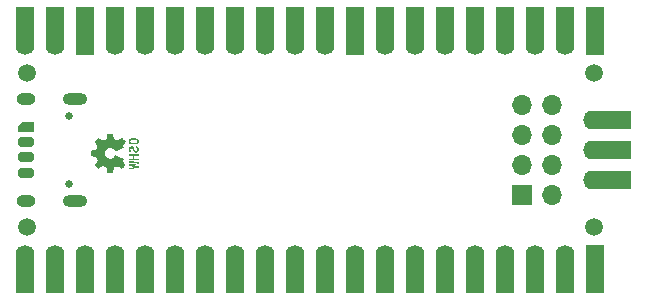
<source format=gbr>
%TF.GenerationSoftware,KiCad,Pcbnew,9.0.1*%
%TF.CreationDate,2025-04-27T12:11:09+05:30*%
%TF.ProjectId,Mitayi-Pico-D1,4d697461-7969-42d5-9069-636f2d44312e,0.6*%
%TF.SameCoordinates,PX73df160PY5f2d3c0*%
%TF.FileFunction,Soldermask,Bot*%
%TF.FilePolarity,Negative*%
%FSLAX46Y46*%
G04 Gerber Fmt 4.6, Leading zero omitted, Abs format (unit mm)*
G04 Created by KiCad (PCBNEW 9.0.1) date 2025-04-27 12:11:09*
%MOMM*%
%LPD*%
G01*
G04 APERTURE LIST*
G04 Aperture macros list*
%AMRoundRect*
0 Rectangle with rounded corners*
0 $1 Rounding radius*
0 $2 $3 $4 $5 $6 $7 $8 $9 X,Y pos of 4 corners*
0 Add a 4 corners polygon primitive as box body*
4,1,4,$2,$3,$4,$5,$6,$7,$8,$9,$2,$3,0*
0 Add four circle primitives for the rounded corners*
1,1,$1+$1,$2,$3*
1,1,$1+$1,$4,$5*
1,1,$1+$1,$6,$7*
1,1,$1+$1,$8,$9*
0 Add four rect primitives between the rounded corners*
20,1,$1+$1,$2,$3,$4,$5,0*
20,1,$1+$1,$4,$5,$6,$7,0*
20,1,$1+$1,$6,$7,$8,$9,0*
20,1,$1+$1,$8,$9,$2,$3,0*%
%AMOutline5P*
0 Free polygon, 5 corners , with rotation*
0 The origin of the aperture is its center*
0 number of corners: always 5*
0 $1 to $10 corner X, Y*
0 $11 Rotation angle, in degrees counterclockwise*
0 create outline with 5 corners*
4,1,5,$1,$2,$3,$4,$5,$6,$7,$8,$9,$10,$1,$2,$11*%
%AMOutline6P*
0 Free polygon, 6 corners , with rotation*
0 The origin of the aperture is its center*
0 number of corners: always 6*
0 $1 to $12 corner X, Y*
0 $13 Rotation angle, in degrees counterclockwise*
0 create outline with 6 corners*
4,1,6,$1,$2,$3,$4,$5,$6,$7,$8,$9,$10,$11,$12,$1,$2,$13*%
%AMOutline7P*
0 Free polygon, 7 corners , with rotation*
0 The origin of the aperture is its center*
0 number of corners: always 7*
0 $1 to $14 corner X, Y*
0 $15 Rotation angle, in degrees counterclockwise*
0 create outline with 7 corners*
4,1,7,$1,$2,$3,$4,$5,$6,$7,$8,$9,$10,$11,$12,$13,$14,$1,$2,$15*%
%AMOutline8P*
0 Free polygon, 8 corners , with rotation*
0 The origin of the aperture is its center*
0 number of corners: always 8*
0 $1 to $16 corner X, Y*
0 $17 Rotation angle, in degrees counterclockwise*
0 create outline with 8 corners*
4,1,8,$1,$2,$3,$4,$5,$6,$7,$8,$9,$10,$11,$12,$13,$14,$15,$16,$1,$2,$17*%
G04 Aperture macros list end*
%ADD10C,0.160000*%
%ADD11C,0.000000*%
%ADD12C,1.500000*%
%ADD13R,3.200000X1.600000*%
%ADD14O,1.700000X1.600000*%
%ADD15C,0.650000*%
%ADD16O,2.100000X1.000000*%
%ADD17O,1.600000X1.000000*%
%ADD18R,1.600000X3.200000*%
%ADD19O,1.600000X1.700000*%
%ADD20R,1.600000X1.700000*%
%ADD21RoundRect,0.200000X-0.450000X0.200000X-0.450000X-0.200000X0.450000X-0.200000X0.450000X0.200000X0*%
%ADD22R,1.700000X1.700000*%
%ADD23O,1.700000X1.700000*%
%ADD24Outline5P,-0.400000X0.650000X0.400000X0.650000X0.400000X-0.650000X-0.080000X-0.650000X-0.400000X-0.330000X270.000000*%
G04 APERTURE END LIST*
D10*
G36*
X10749589Y11466812D02*
G01*
X10791926Y11456295D01*
X10829418Y11439311D01*
X10862944Y11415633D01*
X10890858Y11386284D01*
X10913584Y11350651D01*
X10929625Y11311321D01*
X10939664Y11266352D01*
X10943186Y11214705D01*
X10939648Y11162594D01*
X10929594Y11117534D01*
X10913584Y11078418D01*
X10890874Y11042973D01*
X10862962Y11013733D01*
X10829418Y10990099D01*
X10791923Y10973087D01*
X10749586Y10962555D01*
X10701434Y10958885D01*
X10344498Y10958885D01*
X10296348Y10962559D01*
X10254097Y10973095D01*
X10216759Y10990099D01*
X10183367Y11013718D01*
X10155533Y11042956D01*
X10132837Y11078418D01*
X10116799Y11117536D01*
X10106729Y11162597D01*
X10103186Y11214705D01*
X10226040Y11214705D01*
X10229872Y11177538D01*
X10240319Y11149380D01*
X10256668Y11128097D01*
X10278806Y11112588D01*
X10307579Y11102660D01*
X10344937Y11099032D01*
X10701434Y11099032D01*
X10738336Y11102674D01*
X10767049Y11112693D01*
X10789411Y11128438D01*
X10806001Y11149942D01*
X10816537Y11178027D01*
X10820381Y11214705D01*
X10816555Y11251056D01*
X10806034Y11279105D01*
X10789411Y11300776D01*
X10767033Y11316634D01*
X10738320Y11326715D01*
X10701434Y11330378D01*
X10344937Y11330378D01*
X10307595Y11326729D01*
X10278821Y11316739D01*
X10256668Y11301118D01*
X10240286Y11279668D01*
X10229854Y11251544D01*
X10226040Y11214705D01*
X10103186Y11214705D01*
X10106713Y11266350D01*
X10116768Y11311318D01*
X10132837Y11350651D01*
X10155549Y11386301D01*
X10183385Y11415649D01*
X10216759Y11439311D01*
X10254100Y11456273D01*
X10296489Y11466800D01*
X10344937Y11470476D01*
X10701434Y11470476D01*
X10749589Y11466812D01*
G37*
G36*
X10943186Y10541474D02*
G01*
X10939808Y10596838D01*
X10930218Y10644874D01*
X10915000Y10686652D01*
X10893158Y10725047D01*
X10866612Y10756306D01*
X10835133Y10781272D01*
X10799319Y10799525D01*
X10758837Y10810878D01*
X10712669Y10815026D01*
X10712669Y10674928D01*
X10744123Y10670752D01*
X10769914Y10658801D01*
X10791413Y10638829D01*
X10806858Y10613234D01*
X10816774Y10580731D01*
X10820381Y10539471D01*
X10816878Y10500368D01*
X10807253Y10469673D01*
X10792244Y10445584D01*
X10771382Y10426965D01*
X10745860Y10415670D01*
X10714233Y10411683D01*
X10687457Y10414437D01*
X10663746Y10422441D01*
X10642425Y10435717D01*
X10624631Y10453493D01*
X10610723Y10475878D01*
X10600709Y10503763D01*
X10575161Y10598285D01*
X10553229Y10659168D01*
X10523457Y10707968D01*
X10485963Y10746638D01*
X10452593Y10769461D01*
X10416170Y10785775D01*
X10376107Y10795759D01*
X10331651Y10799199D01*
X10286276Y10795494D01*
X10246363Y10784838D01*
X10210946Y10767545D01*
X10179488Y10743761D01*
X10152996Y10714225D01*
X10131176Y10678250D01*
X10115788Y10638829D01*
X10106136Y10593707D01*
X10102746Y10541865D01*
X10107004Y10482960D01*
X10119026Y10432946D01*
X10138081Y10390333D01*
X10164002Y10353944D01*
X10196903Y10323580D01*
X10234536Y10301909D01*
X10277829Y10288466D01*
X10328133Y10283602D01*
X10328133Y10423749D01*
X10297532Y10427443D01*
X10272904Y10437865D01*
X10252858Y10454914D01*
X10238334Y10477210D01*
X10228977Y10506147D01*
X10225551Y10543623D01*
X10228783Y10579509D01*
X10237621Y10607351D01*
X10251344Y10628913D01*
X10270400Y10645389D01*
X10294135Y10655501D01*
X10323981Y10659101D01*
X10351091Y10656413D01*
X10374842Y10648641D01*
X10395935Y10635849D01*
X10413579Y10618573D01*
X10427519Y10596705D01*
X10437750Y10569367D01*
X10464421Y10471767D01*
X10480176Y10423895D01*
X10500269Y10383802D01*
X10524457Y10350417D01*
X10552788Y10322926D01*
X10585625Y10300799D01*
X10622090Y10284848D01*
X10662840Y10275002D01*
X10708713Y10271586D01*
X10754261Y10275480D01*
X10794908Y10286763D01*
X10831567Y10305242D01*
X10864014Y10330420D01*
X10891357Y10361556D01*
X10913877Y10399374D01*
X10929757Y10440662D01*
X10939700Y10487693D01*
X10943186Y10541474D01*
G37*
G36*
X10932000Y10121474D02*
G01*
X10114421Y10121474D01*
X10114421Y9981328D01*
X10442879Y9981328D01*
X10442879Y9762535D01*
X10114421Y9762535D01*
X10114421Y9622388D01*
X10932000Y9622388D01*
X10932000Y9762535D01*
X10572718Y9762535D01*
X10572718Y9981328D01*
X10932000Y9981328D01*
X10932000Y10121474D01*
G37*
G36*
X10932000Y9434810D02*
G01*
X10114421Y9518390D01*
X10114421Y9397831D01*
X10685119Y9348006D01*
X10732160Y9344879D01*
X10787554Y9341607D01*
X10836256Y9339897D01*
X10787554Y9335354D01*
X10732160Y9329883D01*
X10685119Y9324705D01*
X10114421Y9257685D01*
X10114421Y9139764D01*
X10685119Y9076896D01*
X10732160Y9071425D01*
X10787554Y9065173D01*
X10836256Y9059897D01*
X10787554Y9057455D01*
X10732160Y9054279D01*
X10685119Y9050860D01*
X10114421Y9002109D01*
X10114421Y8882723D01*
X10932000Y8970553D01*
X10932000Y9125256D01*
X10358615Y9186170D01*
X10308496Y9190909D01*
X10251783Y9195598D01*
X10202642Y9199653D01*
X10251783Y9203267D01*
X10308496Y9207957D01*
X10358615Y9212891D01*
X10932000Y9279422D01*
X10932000Y9434810D01*
G37*
D11*
G36*
X8519980Y11850425D02*
G01*
X8566995Y11850316D01*
X8610842Y11850046D01*
X8650204Y11849638D01*
X8683762Y11849110D01*
X8710197Y11848485D01*
X8728191Y11847781D01*
X8736427Y11847021D01*
X8737443Y11846750D01*
X8741139Y11845539D01*
X8744370Y11843398D01*
X8747383Y11839331D01*
X8750428Y11832340D01*
X8753751Y11821430D01*
X8757600Y11805605D01*
X8762224Y11783868D01*
X8767869Y11755224D01*
X8774784Y11718675D01*
X8783215Y11673226D01*
X8793412Y11617880D01*
X8796776Y11599693D01*
X8806896Y11546233D01*
X8815482Y11503073D01*
X8822645Y11469711D01*
X8828498Y11445647D01*
X8833151Y11430383D01*
X8836715Y11423417D01*
X8836751Y11423383D01*
X8844364Y11418976D01*
X8860736Y11411291D01*
X8884290Y11400959D01*
X8913445Y11388613D01*
X8946623Y11374883D01*
X8982245Y11360402D01*
X9018731Y11345803D01*
X9054503Y11331716D01*
X9087981Y11318774D01*
X9117586Y11307609D01*
X9141739Y11298852D01*
X9158862Y11293136D01*
X9167374Y11291092D01*
X9173968Y11293899D01*
X9188700Y11302353D01*
X9210361Y11315752D01*
X9237851Y11333389D01*
X9270066Y11354555D01*
X9305904Y11378542D01*
X9344263Y11404644D01*
X9381070Y11429698D01*
X9417038Y11453787D01*
X9449429Y11475083D01*
X9477142Y11492879D01*
X9499074Y11506466D01*
X9514122Y11515138D01*
X9521182Y11518185D01*
X9521856Y11518084D01*
X9530460Y11512763D01*
X9546510Y11499417D01*
X9569924Y11478121D01*
X9600620Y11448951D01*
X9638517Y11411984D01*
X9683532Y11367296D01*
X9696685Y11354128D01*
X9739243Y11311142D01*
X9773822Y11275545D01*
X9800528Y11247222D01*
X9819471Y11226057D01*
X9830758Y11211932D01*
X9834496Y11204733D01*
X9832078Y11198798D01*
X9823993Y11184518D01*
X9810917Y11163266D01*
X9793567Y11136160D01*
X9772658Y11104315D01*
X9748908Y11068849D01*
X9723032Y11030880D01*
X9699960Y10997054D01*
X9675941Y10961249D01*
X9654686Y10928938D01*
X9636913Y10901237D01*
X9623336Y10879264D01*
X9614671Y10864138D01*
X9611634Y10856974D01*
X9612183Y10854053D01*
X9616887Y10841507D01*
X9625624Y10822241D01*
X9637447Y10798285D01*
X9651409Y10771669D01*
X9654136Y10766589D01*
X9669074Y10737587D01*
X9680102Y10714017D01*
X9686622Y10697233D01*
X9688039Y10688590D01*
X9683641Y10684980D01*
X9669933Y10677577D01*
X9646797Y10666550D01*
X9614085Y10651835D01*
X9571648Y10633366D01*
X9519335Y10611077D01*
X9456998Y10584902D01*
X9384488Y10554775D01*
X9323502Y10529544D01*
X9256405Y10501792D01*
X9198340Y10477795D01*
X9148640Y10457289D01*
X9106636Y10440009D01*
X9071661Y10425691D01*
X9043048Y10414071D01*
X9020129Y10404882D01*
X9002237Y10397862D01*
X8988703Y10392745D01*
X8978860Y10389268D01*
X8972041Y10387164D01*
X8967578Y10386170D01*
X8964804Y10386022D01*
X8963050Y10386454D01*
X8961650Y10387201D01*
X8961271Y10387456D01*
X8954945Y10394230D01*
X8943931Y10408026D01*
X8929670Y10426982D01*
X8913604Y10449236D01*
X8874041Y10500051D01*
X8823886Y10551264D01*
X8769993Y10592473D01*
X8711678Y10624111D01*
X8648257Y10646608D01*
X8579047Y10660396D01*
X8524075Y10664061D01*
X8457890Y10659012D01*
X8393776Y10644095D01*
X8332697Y10619974D01*
X8275614Y10587311D01*
X8223488Y10546770D01*
X8177283Y10499013D01*
X8137959Y10444703D01*
X8106480Y10384505D01*
X8083806Y10319079D01*
X8077892Y10291112D01*
X8072593Y10242841D01*
X8071788Y10191605D01*
X8075481Y10141728D01*
X8083673Y10097536D01*
X8103674Y10037571D01*
X8135139Y9974701D01*
X8175264Y9917983D01*
X8223346Y9868131D01*
X8278682Y9825861D01*
X8340570Y9791887D01*
X8408308Y9766926D01*
X8424723Y9762534D01*
X8445150Y9758394D01*
X8466908Y9755896D01*
X8493239Y9754702D01*
X8527387Y9754472D01*
X8555496Y9754887D01*
X8593864Y9757205D01*
X8627154Y9762292D01*
X8658941Y9770989D01*
X8692802Y9784135D01*
X8732315Y9802570D01*
X8737363Y9805058D01*
X8762133Y9817903D01*
X8782057Y9829972D01*
X8800202Y9843513D01*
X8819638Y9860776D01*
X8843432Y9884010D01*
X8864913Y9906595D01*
X8888634Y9933716D01*
X8909965Y9960200D01*
X8926029Y9982610D01*
X8933902Y9994486D01*
X8948185Y10013939D01*
X8958928Y10024878D01*
X8967024Y10028303D01*
X8973698Y10026384D01*
X8989675Y10020564D01*
X9013847Y10011262D01*
X9045189Y9998903D01*
X9082676Y9983910D01*
X9125280Y9966708D01*
X9171979Y9947721D01*
X9221744Y9927373D01*
X9273553Y9906088D01*
X9326378Y9884290D01*
X9379194Y9862403D01*
X9430976Y9840852D01*
X9480699Y9820060D01*
X9527337Y9800451D01*
X9569864Y9782450D01*
X9607256Y9766481D01*
X9638486Y9752967D01*
X9662529Y9742333D01*
X9678361Y9735003D01*
X9684954Y9731400D01*
X9685790Y9730507D01*
X9687823Y9726203D01*
X9687399Y9719557D01*
X9683948Y9709092D01*
X9676901Y9693333D01*
X9665690Y9670802D01*
X9649744Y9640022D01*
X9606226Y9556768D01*
X9642045Y9503144D01*
X9648032Y9494219D01*
X9664265Y9470219D01*
X9684644Y9440273D01*
X9707722Y9406502D01*
X9732047Y9371029D01*
X9756172Y9335979D01*
X9772665Y9311816D01*
X9792619Y9281849D01*
X9809641Y9255443D01*
X9822869Y9233972D01*
X9831439Y9218807D01*
X9834488Y9211323D01*
X9834295Y9210459D01*
X9828881Y9202284D01*
X9816792Y9187842D01*
X9799050Y9168156D01*
X9776676Y9144246D01*
X9750693Y9117133D01*
X9722123Y9087838D01*
X9691988Y9057382D01*
X9661311Y9026786D01*
X9631112Y8997070D01*
X9602415Y8969255D01*
X9576241Y8944363D01*
X9553613Y8923414D01*
X9535552Y8907429D01*
X9523081Y8897430D01*
X9517222Y8894435D01*
X9511161Y8898037D01*
X9496985Y8907235D01*
X9475820Y8921288D01*
X9448744Y8939470D01*
X9416837Y8961057D01*
X9381178Y8985325D01*
X9342845Y9011548D01*
X9305275Y9037157D01*
X9269517Y9061222D01*
X9237450Y9082489D01*
X9210158Y9100256D01*
X9188721Y9113818D01*
X9174221Y9122471D01*
X9167740Y9125512D01*
X9165747Y9125170D01*
X9154378Y9121606D01*
X9135048Y9114663D01*
X9109282Y9104953D01*
X9078604Y9093090D01*
X9044539Y9079690D01*
X9008612Y9065364D01*
X8972348Y9050729D01*
X8937270Y9036396D01*
X8904904Y9022980D01*
X8876774Y9011095D01*
X8854406Y9001355D01*
X8839323Y8994373D01*
X8833051Y8990764D01*
X8832987Y8990673D01*
X8830755Y8983394D01*
X8826827Y8966527D01*
X8821456Y8941322D01*
X8814897Y8909028D01*
X8807403Y8870896D01*
X8799230Y8828177D01*
X8790631Y8782119D01*
X8781704Y8734227D01*
X8772138Y8684441D01*
X8764086Y8644574D01*
X8757424Y8614065D01*
X8752029Y8592348D01*
X8747775Y8578860D01*
X8744539Y8573037D01*
X8737208Y8571167D01*
X8720225Y8569494D01*
X8695171Y8568111D01*
X8663519Y8567016D01*
X8626741Y8566208D01*
X8586310Y8565686D01*
X8543698Y8565446D01*
X8500379Y8565489D01*
X8457826Y8565811D01*
X8417510Y8566412D01*
X8380904Y8567290D01*
X8349481Y8568443D01*
X8324715Y8569869D01*
X8308077Y8571568D01*
X8301040Y8573536D01*
X8300844Y8573841D01*
X8298242Y8582094D01*
X8293957Y8599848D01*
X8288249Y8625860D01*
X8281377Y8658888D01*
X8273600Y8697689D01*
X8265177Y8741022D01*
X8256368Y8787644D01*
X8247467Y8834636D01*
X8238662Y8879536D01*
X8230588Y8919109D01*
X8223482Y8952238D01*
X8217587Y8977808D01*
X8213140Y8994702D01*
X8210382Y9001804D01*
X8204808Y9005225D01*
X8190173Y9012518D01*
X8168265Y9022737D01*
X8140663Y9035205D01*
X8108948Y9049242D01*
X8074700Y9064170D01*
X8039497Y9079311D01*
X8004920Y9093984D01*
X7972548Y9107512D01*
X7943961Y9119215D01*
X7920740Y9128415D01*
X7904463Y9134432D01*
X7896711Y9136589D01*
X7896070Y9136456D01*
X7887769Y9132190D01*
X7871639Y9122419D01*
X7848726Y9107828D01*
X7820076Y9089098D01*
X7786738Y9066914D01*
X7749758Y9041958D01*
X7710182Y9014912D01*
X7701718Y9009099D01*
X7662674Y8982444D01*
X7626508Y8958011D01*
X7594257Y8936482D01*
X7566957Y8918540D01*
X7545645Y8904868D01*
X7531358Y8896148D01*
X7525134Y8893063D01*
X7519528Y8896811D01*
X7507229Y8907461D01*
X7489278Y8923981D01*
X7466716Y8945340D01*
X7440583Y8970505D01*
X7411917Y8998443D01*
X7381759Y9028123D01*
X7351148Y9058512D01*
X7321125Y9088578D01*
X7292729Y9117288D01*
X7267000Y9143611D01*
X7244978Y9166513D01*
X7227702Y9184964D01*
X7216213Y9197930D01*
X7211550Y9204379D01*
X7212055Y9207829D01*
X7217422Y9219306D01*
X7228516Y9238432D01*
X7245501Y9265466D01*
X7268540Y9300663D01*
X7297797Y9344283D01*
X7333434Y9396583D01*
X7342319Y9409566D01*
X7369107Y9448946D01*
X7393612Y9485325D01*
X7415163Y9517686D01*
X7433091Y9545010D01*
X7446726Y9566279D01*
X7455399Y9580475D01*
X7458438Y9586580D01*
X7457714Y9590093D01*
X7453347Y9603243D01*
X7445612Y9623976D01*
X7435188Y9650664D01*
X7422750Y9681683D01*
X7408974Y9715407D01*
X7394538Y9750210D01*
X7380117Y9784466D01*
X7366388Y9816550D01*
X7354027Y9844837D01*
X7343711Y9867700D01*
X7336116Y9883513D01*
X7331919Y9890652D01*
X7327624Y9893049D01*
X7314599Y9897302D01*
X7292875Y9902796D01*
X7262004Y9909631D01*
X7221538Y9917903D01*
X7171028Y9927712D01*
X7110026Y9939155D01*
X7098917Y9941218D01*
X7052250Y9950031D01*
X7009146Y9958399D01*
X6970826Y9966069D01*
X6938515Y9972789D01*
X6913436Y9978305D01*
X6896812Y9982364D01*
X6889867Y9984713D01*
X6887978Y9991216D01*
X6886264Y10007455D01*
X6884821Y10031888D01*
X6883653Y10063044D01*
X6882760Y10099449D01*
X6882144Y10139631D01*
X6881807Y10182117D01*
X6881750Y10225435D01*
X6881975Y10268110D01*
X6882483Y10308672D01*
X6883278Y10345646D01*
X6884360Y10377560D01*
X6885731Y10402942D01*
X6887393Y10420319D01*
X6889348Y10428217D01*
X6893082Y10430585D01*
X6904683Y10434582D01*
X6924394Y10439679D01*
X6952780Y10446001D01*
X6990409Y10453672D01*
X7037847Y10462818D01*
X7095660Y10473562D01*
X7123972Y10478758D01*
X7176588Y10488468D01*
X7219712Y10496543D01*
X7254305Y10503199D01*
X7281326Y10508651D01*
X7301736Y10513116D01*
X7316494Y10516811D01*
X7326562Y10519952D01*
X7332898Y10522755D01*
X7336464Y10525436D01*
X7338219Y10528212D01*
X7338348Y10528531D01*
X7341605Y10536484D01*
X7348437Y10553129D01*
X7358277Y10577089D01*
X7370562Y10606987D01*
X7384723Y10641446D01*
X7400197Y10679088D01*
X7408524Y10699391D01*
X7424510Y10738814D01*
X7436685Y10769724D01*
X7445443Y10793273D01*
X7451181Y10810615D01*
X7454293Y10822904D01*
X7455173Y10831294D01*
X7454217Y10836938D01*
X7454120Y10837178D01*
X7449474Y10845354D01*
X7439296Y10861455D01*
X7424319Y10884378D01*
X7405274Y10913022D01*
X7382896Y10946283D01*
X7357916Y10983060D01*
X7331066Y11022250D01*
X7328573Y11025876D01*
X7302040Y11064606D01*
X7277572Y11100592D01*
X7255875Y11132774D01*
X7237657Y11160091D01*
X7223626Y11181484D01*
X7214489Y11195892D01*
X7210953Y11202254D01*
X7211965Y11204995D01*
X7219847Y11215493D01*
X7235169Y11233000D01*
X7257563Y11257123D01*
X7286662Y11287467D01*
X7322095Y11323640D01*
X7363495Y11365248D01*
X7364866Y11366617D01*
X7404403Y11405988D01*
X7436953Y11438133D01*
X7463254Y11463723D01*
X7484046Y11483426D01*
X7500067Y11497912D01*
X7512058Y11507848D01*
X7520757Y11513903D01*
X7526903Y11516748D01*
X7531235Y11517050D01*
X7531414Y11517007D01*
X7539292Y11513021D01*
X7555105Y11503464D01*
X7577755Y11489053D01*
X7606145Y11470505D01*
X7639176Y11448538D01*
X7675751Y11423868D01*
X7714771Y11397212D01*
X7752974Y11371150D01*
X7790426Y11346019D01*
X7823890Y11323996D01*
X7852349Y11305733D01*
X7874788Y11291881D01*
X7890192Y11283091D01*
X7897545Y11280014D01*
X7901179Y11280689D01*
X7914715Y11285089D01*
X7935828Y11292995D01*
X7962903Y11303714D01*
X7994322Y11316557D01*
X8028468Y11330832D01*
X8063724Y11345847D01*
X8098473Y11360911D01*
X8131099Y11375332D01*
X8159984Y11388420D01*
X8183512Y11399482D01*
X8200064Y11407829D01*
X8208026Y11412767D01*
X8210313Y11416036D01*
X8213931Y11424893D01*
X8218230Y11439542D01*
X8223404Y11460838D01*
X8229643Y11489637D01*
X8237141Y11526794D01*
X8246088Y11573164D01*
X8256677Y11629603D01*
X8260684Y11651095D01*
X8270856Y11704753D01*
X8279444Y11748472D01*
X8286611Y11782984D01*
X8292519Y11809018D01*
X8297332Y11827308D01*
X8301211Y11838584D01*
X8304321Y11843578D01*
X8306350Y11844589D01*
X8314386Y11846318D01*
X8328458Y11847704D01*
X8349405Y11848774D01*
X8378069Y11849554D01*
X8415288Y11850071D01*
X8461903Y11850353D01*
X8518753Y11850426D01*
X8519980Y11850425D01*
G37*
D12*
X49510000Y17000000D03*
D13*
X51010000Y7950000D03*
D14*
X49400000Y7950000D03*
D13*
X51010000Y10490000D03*
D14*
X49400000Y10490000D03*
D13*
X51010000Y13030000D03*
D14*
X49400000Y13030000D03*
D12*
X49510000Y4000000D03*
D15*
X5030000Y13400000D03*
X5030000Y7620000D03*
D16*
X5560000Y14830000D03*
D17*
X1380000Y14830000D03*
D16*
X5560000Y6190000D03*
D17*
X1380000Y6190000D03*
D12*
X1510000Y17000000D03*
X1510000Y4000000D03*
D18*
X1300000Y-10000D03*
D19*
X1300000Y1600000D03*
D18*
X3840000Y-10000D03*
D19*
X3840000Y1600000D03*
D18*
X6380000Y-10000D03*
D19*
X6380000Y1600000D03*
D18*
X8920000Y-10000D03*
D19*
X8920000Y1600000D03*
D18*
X11460000Y-10000D03*
D19*
X11460000Y1600000D03*
D18*
X14000000Y-10000D03*
D19*
X14000000Y1600000D03*
D18*
X16540000Y-10000D03*
D19*
X16540000Y1600000D03*
D18*
X19080000Y-10000D03*
D19*
X19080000Y1600000D03*
D18*
X21620000Y-10000D03*
D19*
X21620000Y1600000D03*
D18*
X24160000Y-10000D03*
D19*
X24160000Y1600000D03*
D18*
X26700000Y-10000D03*
D19*
X26700000Y1600000D03*
D18*
X29240000Y-10000D03*
D19*
X29240000Y1600000D03*
D18*
X31780000Y-10000D03*
D19*
X31780000Y1600000D03*
D18*
X34320000Y-10000D03*
D19*
X34320000Y1600000D03*
D18*
X36860000Y-10000D03*
D19*
X36860000Y1600000D03*
D18*
X39400000Y-10000D03*
D19*
X39400000Y1600000D03*
D18*
X41940000Y-10000D03*
D19*
X41940000Y1600000D03*
D18*
X44480000Y-10000D03*
D19*
X44480000Y1600000D03*
D18*
X47020000Y-10000D03*
D19*
X47020000Y1600000D03*
D18*
X49560000Y-10000D03*
D20*
X49560000Y1600000D03*
D21*
X1375000Y9858334D03*
D22*
X43400000Y6675000D03*
D23*
X45940000Y6675000D03*
X43400000Y9215000D03*
X45940000Y9215000D03*
X43400000Y11755000D03*
X45940000Y11755000D03*
X43400000Y14295000D03*
X45940000Y14295000D03*
D18*
X1300000Y21010000D03*
D19*
X1300000Y19400000D03*
D18*
X3840000Y21010000D03*
D19*
X3840000Y19400000D03*
D18*
X6380000Y21010000D03*
D20*
X6380000Y19400000D03*
D18*
X8920000Y21010000D03*
D19*
X8920000Y19400000D03*
D18*
X11460000Y21010000D03*
D19*
X11460000Y19400000D03*
D18*
X14000000Y21010000D03*
D19*
X14000000Y19400000D03*
D18*
X16540000Y21010000D03*
D19*
X16540000Y19400000D03*
D18*
X19080000Y21010000D03*
D19*
X19080000Y19400000D03*
D18*
X21620000Y21010000D03*
D19*
X21620000Y19400000D03*
D18*
X24160000Y21010000D03*
D19*
X24160000Y19400000D03*
D18*
X26700000Y21010000D03*
D19*
X26700000Y19400000D03*
D18*
X29240000Y21010000D03*
D20*
X29240000Y19400000D03*
D18*
X31780000Y21010000D03*
D19*
X31780000Y19400000D03*
D18*
X34320000Y21010000D03*
D19*
X34320000Y19400000D03*
D18*
X36860000Y21010000D03*
D19*
X36860000Y19400000D03*
D18*
X39400000Y21010000D03*
D19*
X39400000Y19400000D03*
D18*
X41940000Y21010000D03*
D19*
X41940000Y19400000D03*
D18*
X44480000Y21010000D03*
D19*
X44480000Y19400000D03*
D18*
X47020000Y21010000D03*
D19*
X47020000Y19400000D03*
D18*
X49560000Y21010000D03*
D20*
X49560000Y19400000D03*
D21*
X1375000Y11141667D03*
X1375000Y8575000D03*
D24*
X1375000Y12425000D03*
M02*

</source>
